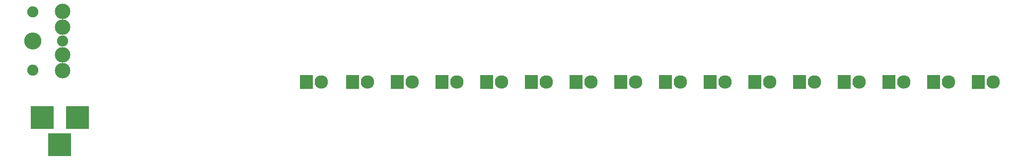
<source format=gbr>
G04 #@! TF.FileFunction,Soldermask,Bot*
%FSLAX46Y46*%
G04 Gerber Fmt 4.6, Leading zero omitted, Abs format (unit mm)*
G04 Created by KiCad (PCBNEW 4.0.2-stable) date Saturday, September 17, 2016 'AMt' 12:21:50 AM*
%MOMM*%
G01*
G04 APERTURE LIST*
%ADD10C,0.100000*%
%ADD11R,3.900120X3.900120*%
%ADD12R,2.300000X2.400000*%
%ADD13C,2.300000*%
%ADD14C,1.898600*%
%ADD15O,2.940000X2.940000*%
%ADD16O,2.647900X2.647900*%
G04 APERTURE END LIST*
D10*
D11*
X47094140Y-118364000D03*
X41094660Y-118364000D03*
X44094400Y-123063000D03*
D12*
X86106000Y-112268000D03*
D13*
X88646000Y-112268000D03*
D12*
X147320000Y-112268000D03*
D13*
X149860000Y-112268000D03*
D12*
X93980000Y-112268000D03*
D13*
X96520000Y-112268000D03*
D12*
X154940000Y-112268000D03*
D13*
X157480000Y-112268000D03*
D12*
X101600000Y-112268000D03*
D13*
X104140000Y-112268000D03*
D12*
X162560000Y-112268000D03*
D13*
X165100000Y-112268000D03*
D12*
X109220000Y-112268000D03*
D13*
X111760000Y-112268000D03*
D12*
X170180000Y-112268000D03*
D13*
X172720000Y-112268000D03*
D12*
X116840000Y-112268000D03*
D13*
X119380000Y-112268000D03*
D12*
X177800000Y-112268000D03*
D13*
X180340000Y-112268000D03*
D12*
X124460000Y-112268000D03*
D13*
X127000000Y-112268000D03*
D12*
X185420000Y-112268000D03*
D13*
X187960000Y-112268000D03*
D12*
X132080000Y-112268000D03*
D13*
X134620000Y-112268000D03*
D12*
X193040000Y-112268000D03*
D13*
X195580000Y-112268000D03*
D12*
X139700000Y-112268000D03*
D13*
X142240000Y-112268000D03*
D12*
X200660000Y-112268000D03*
D13*
X203200000Y-112268000D03*
D14*
X39527480Y-100256340D03*
X39527480Y-110253780D03*
X44528740Y-105255060D03*
D15*
X39527480Y-105255060D03*
D16*
X44528740Y-102857300D03*
X44528740Y-107655360D03*
X44528740Y-110355380D03*
X44528740Y-100157280D03*
M02*

</source>
